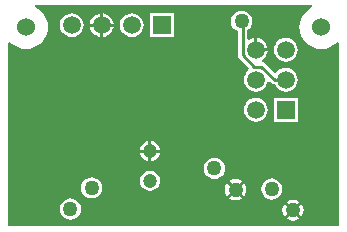
<source format=gbl>
G04 Layer_Physical_Order=2*
G04 Layer_Color=16711680*
%FSLAX24Y24*%
%MOIN*%
G70*
G01*
G75*
%ADD17C,0.0098*%
%ADD19C,0.0472*%
%ADD20C,0.0500*%
%ADD21C,0.0591*%
%ADD22R,0.0591X0.0591*%
%ADD23R,0.0591X0.0591*%
%ADD24C,0.0600*%
G36*
X10517Y7628D02*
X10532Y7558D01*
X10420Y7498D01*
X10309Y7407D01*
X10218Y7296D01*
X10151Y7170D01*
X10109Y7033D01*
X10095Y6890D01*
X10109Y6747D01*
X10151Y6610D01*
X10218Y6483D01*
X10309Y6372D01*
X10420Y6281D01*
X10547Y6214D01*
X10684Y6172D01*
X10827Y6158D01*
X10970Y6172D01*
X11107Y6214D01*
X11233Y6281D01*
X11344Y6372D01*
X11351Y6381D01*
X11417Y6357D01*
Y246D01*
X394Y246D01*
Y6357D01*
X460Y6381D01*
X467Y6372D01*
X578Y6281D01*
X704Y6214D01*
X841Y6172D01*
X984Y6158D01*
X1127Y6172D01*
X1264Y6214D01*
X1391Y6281D01*
X1502Y6372D01*
X1593Y6483D01*
X1660Y6610D01*
X1702Y6747D01*
X1716Y6890D01*
X1702Y7033D01*
X1660Y7170D01*
X1593Y7296D01*
X1502Y7407D01*
X1391Y7498D01*
X1279Y7558D01*
X1294Y7628D01*
X10517Y7628D01*
D02*
G37*
%LPC*%
G36*
X8253Y1686D02*
X8043Y1476D01*
X8253Y1267D01*
X8278Y1300D01*
X8313Y1385D01*
X8325Y1476D01*
X8313Y1568D01*
X8278Y1653D01*
X8253Y1686D01*
D02*
G37*
G36*
X7692Y1686D02*
X7667Y1653D01*
X7631Y1568D01*
X7619Y1476D01*
X7631Y1385D01*
X7667Y1300D01*
X7692Y1267D01*
X7902Y1476D01*
X7692Y1686D01*
D02*
G37*
G36*
X5118Y2109D02*
X5031Y2098D01*
X4949Y2064D01*
X4879Y2010D01*
X4826Y1940D01*
X4792Y1859D01*
X4781Y1772D01*
X4792Y1684D01*
X4826Y1603D01*
X4879Y1533D01*
X4949Y1479D01*
X5031Y1446D01*
X5118Y1434D01*
X5205Y1446D01*
X5287Y1479D01*
X5357Y1533D01*
X5410Y1603D01*
X5444Y1684D01*
X5456Y1772D01*
X5444Y1859D01*
X5410Y1940D01*
X5357Y2010D01*
X5287Y2064D01*
X5205Y2098D01*
X5118Y2109D01*
D02*
G37*
G36*
X5068Y2706D02*
X4786D01*
X4791Y2668D01*
X4824Y2586D01*
X4878Y2516D01*
X4949Y2462D01*
X5030Y2428D01*
X5068Y2423D01*
Y2706D01*
D02*
G37*
G36*
X7265Y2535D02*
X7174Y2523D01*
X7090Y2488D01*
X7017Y2432D01*
X6961Y2359D01*
X6926Y2274D01*
X6914Y2183D01*
X6926Y2093D01*
X6961Y2008D01*
X7017Y1935D01*
X7090Y1879D01*
X7174Y1844D01*
X7265Y1832D01*
X7356Y1844D01*
X7441Y1879D01*
X7514Y1935D01*
X7570Y2008D01*
X7605Y2093D01*
X7617Y2183D01*
X7605Y2274D01*
X7570Y2359D01*
X7514Y2432D01*
X7441Y2488D01*
X7356Y2523D01*
X7265Y2535D01*
D02*
G37*
G36*
X7972Y1829D02*
X7881Y1817D01*
X7796Y1782D01*
X7763Y1757D01*
X7972Y1547D01*
X8182Y1757D01*
X8149Y1782D01*
X8064Y1817D01*
X7972Y1829D01*
D02*
G37*
G36*
X3172Y1886D02*
X3081Y1874D01*
X2996Y1839D01*
X2923Y1783D01*
X2867Y1710D01*
X2832Y1626D01*
X2820Y1535D01*
X2832Y1444D01*
X2867Y1359D01*
X2923Y1286D01*
X2996Y1230D01*
X3081Y1195D01*
X3172Y1183D01*
X3263Y1195D01*
X3347Y1230D01*
X3420Y1286D01*
X3476Y1359D01*
X3511Y1444D01*
X3523Y1535D01*
X3511Y1626D01*
X3476Y1710D01*
X3420Y1783D01*
X3347Y1839D01*
X3263Y1874D01*
X3172Y1886D01*
D02*
G37*
G36*
X10163Y997D02*
X9953Y787D01*
X10163Y578D01*
X10188Y611D01*
X10224Y696D01*
X10236Y787D01*
X10224Y879D01*
X10188Y964D01*
X10163Y997D01*
D02*
G37*
G36*
X2465Y1179D02*
X2374Y1167D01*
X2289Y1132D01*
X2216Y1076D01*
X2160Y1003D01*
X2125Y919D01*
X2113Y828D01*
X2125Y737D01*
X2160Y652D01*
X2216Y579D01*
X2289Y523D01*
X2374Y488D01*
X2465Y476D01*
X2555Y488D01*
X2640Y523D01*
X2713Y579D01*
X2769Y652D01*
X2804Y737D01*
X2816Y828D01*
X2804Y919D01*
X2769Y1003D01*
X2713Y1076D01*
X2640Y1132D01*
X2555Y1167D01*
X2465Y1179D01*
D02*
G37*
G36*
X9883Y717D02*
X9673Y507D01*
X9706Y482D01*
X9791Y446D01*
X9883Y434D01*
X9974Y446D01*
X10059Y482D01*
X10092Y507D01*
X9883Y717D01*
D02*
G37*
G36*
X9602Y997D02*
X9577Y964D01*
X9542Y879D01*
X9530Y787D01*
X9542Y696D01*
X9577Y611D01*
X9602Y578D01*
X9812Y787D01*
X9602Y997D01*
D02*
G37*
G36*
X9176Y1846D02*
X9085Y1834D01*
X9000Y1799D01*
X8927Y1743D01*
X8871Y1670D01*
X8836Y1585D01*
X8824Y1495D01*
X8836Y1404D01*
X8871Y1319D01*
X8927Y1246D01*
X9000Y1190D01*
X9085Y1155D01*
X9176Y1143D01*
X9266Y1155D01*
X9351Y1190D01*
X9424Y1246D01*
X9480Y1319D01*
X9515Y1404D01*
X9527Y1495D01*
X9515Y1585D01*
X9480Y1670D01*
X9424Y1743D01*
X9351Y1799D01*
X9266Y1834D01*
X9176Y1846D01*
D02*
G37*
G36*
X7972Y1406D02*
X7763Y1196D01*
X7796Y1171D01*
X7881Y1135D01*
X7972Y1123D01*
X8064Y1135D01*
X8149Y1171D01*
X8182Y1196D01*
X7972Y1406D01*
D02*
G37*
G36*
X9883Y1140D02*
X9791Y1128D01*
X9706Y1093D01*
X9673Y1068D01*
X9883Y858D01*
X10092Y1068D01*
X10059Y1093D01*
X9974Y1128D01*
X9883Y1140D01*
D02*
G37*
G36*
X5451Y2706D02*
X5168D01*
Y2423D01*
X5206Y2428D01*
X5288Y2462D01*
X5358Y2516D01*
X5412Y2586D01*
X5446Y2668D01*
X5451Y2706D01*
D02*
G37*
G36*
X5906Y7352D02*
X5118D01*
Y6565D01*
X5906D01*
Y7352D01*
D02*
G37*
G36*
X4512Y7356D02*
X4409Y7342D01*
X4313Y7303D01*
X4231Y7239D01*
X4168Y7157D01*
X4128Y7061D01*
X4115Y6959D01*
X4128Y6856D01*
X4168Y6760D01*
X4231Y6678D01*
X4313Y6615D01*
X4409Y6575D01*
X4512Y6562D01*
X4615Y6575D01*
X4710Y6615D01*
X4793Y6678D01*
X4856Y6760D01*
X4895Y6856D01*
X4909Y6959D01*
X4895Y7061D01*
X4856Y7157D01*
X4793Y7239D01*
X4710Y7303D01*
X4615Y7342D01*
X4512Y7356D01*
D02*
G37*
G36*
X2512D02*
X2409Y7342D01*
X2313Y7303D01*
X2231Y7239D01*
X2168Y7157D01*
X2128Y7061D01*
X2115Y6959D01*
X2128Y6856D01*
X2168Y6760D01*
X2231Y6678D01*
X2313Y6615D01*
X2409Y6575D01*
X2512Y6562D01*
X2615Y6575D01*
X2710Y6615D01*
X2793Y6678D01*
X2856Y6760D01*
X2895Y6856D01*
X2909Y6959D01*
X2895Y7061D01*
X2856Y7157D01*
X2793Y7239D01*
X2710Y7303D01*
X2615Y7342D01*
X2512Y7356D01*
D02*
G37*
G36*
X3904Y6909D02*
X3562D01*
Y6567D01*
X3615Y6574D01*
X3711Y6613D01*
X3794Y6677D01*
X3857Y6759D01*
X3897Y6855D01*
X3904Y6909D01*
D02*
G37*
G36*
X3562Y7351D02*
Y7009D01*
X3904D01*
X3897Y7062D01*
X3857Y7158D01*
X3794Y7241D01*
X3711Y7304D01*
X3615Y7344D01*
X3562Y7351D01*
D02*
G37*
G36*
X3462Y7351D02*
X3409Y7344D01*
X3312Y7304D01*
X3230Y7241D01*
X3167Y7158D01*
X3127Y7062D01*
X3120Y7009D01*
X3462D01*
Y7351D01*
D02*
G37*
G36*
Y6909D02*
X3120D01*
X3127Y6855D01*
X3167Y6759D01*
X3230Y6677D01*
X3312Y6613D01*
X3409Y6574D01*
X3462Y6567D01*
Y6909D01*
D02*
G37*
G36*
X8646Y4531D02*
X8543Y4517D01*
X8447Y4478D01*
X8365Y4415D01*
X8302Y4332D01*
X8262Y4237D01*
X8249Y4134D01*
X8262Y4031D01*
X8302Y3935D01*
X8365Y3853D01*
X8447Y3790D01*
X8543Y3750D01*
X8646Y3737D01*
X8748Y3750D01*
X8844Y3790D01*
X8926Y3853D01*
X8990Y3935D01*
X9029Y4031D01*
X9043Y4134D01*
X9029Y4237D01*
X8990Y4332D01*
X8926Y4415D01*
X8844Y4478D01*
X8748Y4517D01*
X8646Y4531D01*
D02*
G37*
G36*
X5168Y3088D02*
Y2806D01*
X5451D01*
X5446Y2844D01*
X5412Y2925D01*
X5358Y2996D01*
X5288Y3050D01*
X5206Y3083D01*
X5168Y3088D01*
D02*
G37*
G36*
X5068Y3088D02*
X5030Y3083D01*
X4949Y3050D01*
X4878Y2996D01*
X4824Y2925D01*
X4791Y2844D01*
X4786Y2806D01*
X5068D01*
Y3088D01*
D02*
G37*
G36*
X10039Y4528D02*
X9252D01*
Y3740D01*
X10039D01*
Y4528D01*
D02*
G37*
G36*
X8696Y6526D02*
Y6184D01*
X9038D01*
X9031Y6237D01*
X8991Y6333D01*
X8928Y6416D01*
X8845Y6479D01*
X8749Y6519D01*
X8696Y6526D01*
D02*
G37*
G36*
X9646Y6531D02*
X9543Y6517D01*
X9447Y6478D01*
X9365Y6415D01*
X9302Y6332D01*
X9262Y6237D01*
X9249Y6134D01*
X9262Y6031D01*
X9302Y5935D01*
X9365Y5853D01*
X9447Y5790D01*
X9543Y5750D01*
X9646Y5737D01*
X9748Y5750D01*
X9844Y5790D01*
X9926Y5853D01*
X9990Y5935D01*
X10029Y6031D01*
X10043Y6134D01*
X10029Y6237D01*
X9990Y6332D01*
X9926Y6415D01*
X9844Y6478D01*
X9748Y6517D01*
X9646Y6531D01*
D02*
G37*
G36*
X8169Y7438D02*
X8078Y7426D01*
X7994Y7391D01*
X7921Y7335D01*
X7865Y7262D01*
X7830Y7178D01*
X7818Y7087D01*
X7830Y6996D01*
X7865Y6911D01*
X7921Y6838D01*
X7994Y6782D01*
X8052Y6758D01*
Y5950D01*
X8064Y5893D01*
X8096Y5844D01*
X8406Y5534D01*
X8400Y5441D01*
X8365Y5415D01*
X8302Y5332D01*
X8262Y5237D01*
X8249Y5134D01*
X8262Y5031D01*
X8302Y4935D01*
X8365Y4853D01*
X8447Y4790D01*
X8543Y4750D01*
X8646Y4737D01*
X8748Y4750D01*
X8844Y4790D01*
X8926Y4853D01*
X8990Y4935D01*
X9029Y5031D01*
X9033Y5061D01*
X9107Y5086D01*
X9166Y5027D01*
X9214Y4995D01*
X9272Y4983D01*
X9282D01*
X9302Y4935D01*
X9365Y4853D01*
X9447Y4790D01*
X9543Y4750D01*
X9646Y4737D01*
X9748Y4750D01*
X9844Y4790D01*
X9926Y4853D01*
X9990Y4935D01*
X10029Y5031D01*
X10043Y5134D01*
X10029Y5237D01*
X9990Y5332D01*
X9926Y5415D01*
X9844Y5478D01*
X9748Y5517D01*
X9646Y5531D01*
X9543Y5517D01*
X9447Y5478D01*
X9365Y5415D01*
X9338Y5380D01*
X9246Y5373D01*
X8936Y5683D01*
X8887Y5716D01*
X8863Y5720D01*
X8851Y5765D01*
X8852Y5794D01*
X8928Y5852D01*
X8991Y5935D01*
X9031Y6031D01*
X9038Y6084D01*
X8646D01*
Y6134D01*
X8596D01*
Y6526D01*
X8542Y6519D01*
X8446Y6479D01*
X8423Y6461D01*
X8353Y6496D01*
Y6789D01*
X8418Y6838D01*
X8474Y6911D01*
X8509Y6996D01*
X8521Y7087D01*
X8509Y7178D01*
X8474Y7262D01*
X8418Y7335D01*
X8345Y7391D01*
X8260Y7426D01*
X8169Y7438D01*
D02*
G37*
%LPD*%
D17*
X8203Y5950D02*
Y7053D01*
X8169Y7087D02*
X8203Y7053D01*
Y5950D02*
X8576Y5577D01*
X8829D01*
X9272Y5134D01*
X9646D01*
D19*
X5118Y2756D02*
D03*
Y1772D02*
D03*
D20*
X2465Y828D02*
D03*
X3172Y1535D02*
D03*
X7265Y2183D02*
D03*
X7972Y1476D02*
D03*
X9176Y1495D02*
D03*
X9883Y787D02*
D03*
X8169Y7087D02*
D03*
D21*
X2512Y6959D02*
D03*
X3512D02*
D03*
X4512D02*
D03*
X8646Y6134D02*
D03*
X9646D02*
D03*
X8646Y5134D02*
D03*
X9646D02*
D03*
X8646Y4134D02*
D03*
D22*
X5512Y6959D02*
D03*
D23*
X9646Y4134D02*
D03*
D24*
X10827Y6890D02*
D03*
X984D02*
D03*
M02*

</source>
